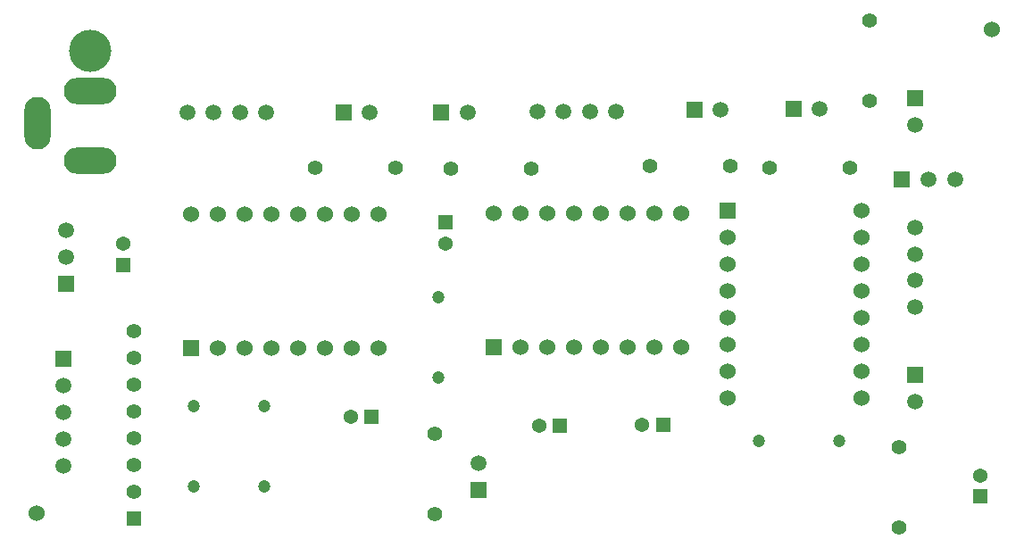
<source format=gbr>
%TF.GenerationSoftware,Altium Limited,Altium Designer,20.1.12 (249)*%
G04 Layer_Physical_Order=4*
G04 Layer_Color=16711680*
%FSLAX26Y26*%
%MOIN*%
%TF.SameCoordinates,01E7709E-0BC1-400C-968F-F7AE8F8D3573*%
%TF.FilePolarity,Positive*%
%TF.FileFunction,Copper,L4,Bot,Signal*%
%TF.Part,Single*%
G01*
G75*
%TA.AperFunction,WasherPad*%
%ADD12C,0.060000*%
%TA.AperFunction,ComponentPad*%
%ADD13C,0.059370*%
%ADD14R,0.059370X0.059370*%
%ADD15R,0.059370X0.059370*%
%ADD16C,0.060236*%
%ADD17R,0.060236X0.060236*%
%ADD18C,0.053858*%
%ADD19R,0.053858X0.053858*%
%ADD20C,0.055118*%
%ADD21R,0.053858X0.053858*%
%ADD22C,0.047244*%
%ADD23R,0.060236X0.060236*%
%ADD24C,0.055039*%
%ADD25R,0.055039X0.055039*%
%ADD26R,0.059055X0.059055*%
%ADD27C,0.059055*%
%ADD28O,0.196850X0.098425*%
%ADD29O,0.196850X0.098425*%
%ADD30O,0.098425X0.196850*%
%ADD31C,0.157480*%
D12*
X3700000Y1950000D02*
D03*
X135000Y145000D02*
D03*
D13*
X3415000Y1210276D02*
D03*
Y1111850D02*
D03*
Y915000D02*
D03*
Y1013425D02*
D03*
X3565000Y1390000D02*
D03*
X3465000D02*
D03*
X3415000Y1595000D02*
D03*
X696732Y1639134D02*
D03*
X795158D02*
D03*
X992008D02*
D03*
X893583D02*
D03*
X3415000Y560787D02*
D03*
X3058425Y1653347D02*
D03*
X2689213Y1650000D02*
D03*
X2200000Y1645000D02*
D03*
X2298425D02*
D03*
X2101575D02*
D03*
X2003150D02*
D03*
X1743425Y1640000D02*
D03*
X1378425D02*
D03*
X245000Y1200000D02*
D03*
Y1100000D02*
D03*
D14*
X3365000Y1390000D02*
D03*
X2960000Y1653347D02*
D03*
X2590787Y1650000D02*
D03*
X1645000Y1640000D02*
D03*
X1280000D02*
D03*
D15*
X3415000Y1693425D02*
D03*
Y659213D02*
D03*
X245000Y1000000D02*
D03*
D16*
X710000Y1260000D02*
D03*
X810000D02*
D03*
X910000D02*
D03*
X1010000D02*
D03*
X1110000D02*
D03*
X1210000D02*
D03*
X1310000D02*
D03*
X1410000D02*
D03*
Y760000D02*
D03*
X1310000D02*
D03*
X1210000D02*
D03*
X1110000D02*
D03*
X1010000D02*
D03*
X910000D02*
D03*
X810000D02*
D03*
X3215000Y1275000D02*
D03*
Y1175000D02*
D03*
Y1075000D02*
D03*
Y975000D02*
D03*
Y875000D02*
D03*
Y775000D02*
D03*
Y675000D02*
D03*
Y575000D02*
D03*
X2715000D02*
D03*
Y675000D02*
D03*
Y775000D02*
D03*
Y875000D02*
D03*
Y975000D02*
D03*
Y1075000D02*
D03*
Y1175000D02*
D03*
X1840000Y1265000D02*
D03*
X1940000D02*
D03*
X2040000D02*
D03*
X2140000D02*
D03*
X2240000D02*
D03*
X2340000D02*
D03*
X2440000D02*
D03*
X2540000D02*
D03*
Y765000D02*
D03*
X2440000D02*
D03*
X2340000D02*
D03*
X2240000D02*
D03*
X2140000D02*
D03*
X2040000D02*
D03*
X1940000D02*
D03*
D17*
X710000Y760000D02*
D03*
X1840000Y765000D02*
D03*
D18*
X2010000Y470000D02*
D03*
X2395630Y473346D02*
D03*
X1661653Y1150630D02*
D03*
X1306260Y505000D02*
D03*
X3658347Y284370D02*
D03*
X458346Y1149370D02*
D03*
D19*
X2088740Y470000D02*
D03*
X2474370Y473346D02*
D03*
X1385000Y505000D02*
D03*
D20*
X3245000Y1685000D02*
D03*
Y1985000D02*
D03*
X3355000Y90000D02*
D03*
Y390000D02*
D03*
X2870000Y1435000D02*
D03*
X3170000D02*
D03*
X2425000Y1440000D02*
D03*
X2725000D02*
D03*
X1680000Y1430000D02*
D03*
X1980000D02*
D03*
X1175000Y1435000D02*
D03*
X1475000D02*
D03*
X1620000Y440000D02*
D03*
Y140000D02*
D03*
D21*
X1661653Y1229370D02*
D03*
X3658347Y205630D02*
D03*
X458346Y1070630D02*
D03*
D22*
X720000Y545000D02*
D03*
Y245000D02*
D03*
X985000D02*
D03*
Y545000D02*
D03*
X1635000Y650000D02*
D03*
Y950000D02*
D03*
X3130000Y415000D02*
D03*
X2830000D02*
D03*
D23*
X2715000Y1275000D02*
D03*
D24*
X499213Y823346D02*
D03*
Y723346D02*
D03*
Y623346D02*
D03*
Y523346D02*
D03*
Y423346D02*
D03*
Y323346D02*
D03*
Y223346D02*
D03*
D25*
Y123347D02*
D03*
D26*
X235000Y720000D02*
D03*
X1785000Y230000D02*
D03*
D27*
X235000Y620000D02*
D03*
Y520000D02*
D03*
Y420000D02*
D03*
Y320000D02*
D03*
X1785000Y330000D02*
D03*
D28*
X335000Y1720000D02*
D03*
D29*
Y1460158D02*
D03*
D30*
X138150Y1599921D02*
D03*
D31*
X335000Y1869606D02*
D03*
%TF.MD5,4af795852b267693416e77e22c54b498*%
M02*

</source>
